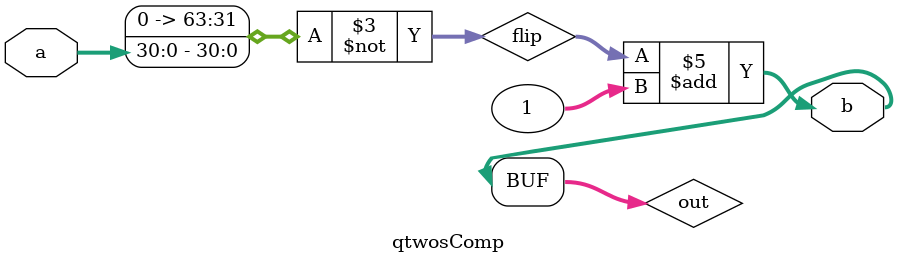
<source format=v>
`timescale 1ns / 1ps


module qtwosComp
#(parameter Q=15,
  parameter N=32
  )
(
    input [N-2:0] a,
    output [2*N-1:0] b
    );
    
    reg [2*N-1:0] flip;
    reg [2*N-1:0] out;
    
    assign b=out;
    
    always @(a)
    begin
        flip <= ~a;
    end
    
    always @(flip)
    begin
        out <= flip + 1;
    end
    
endmodule

</source>
